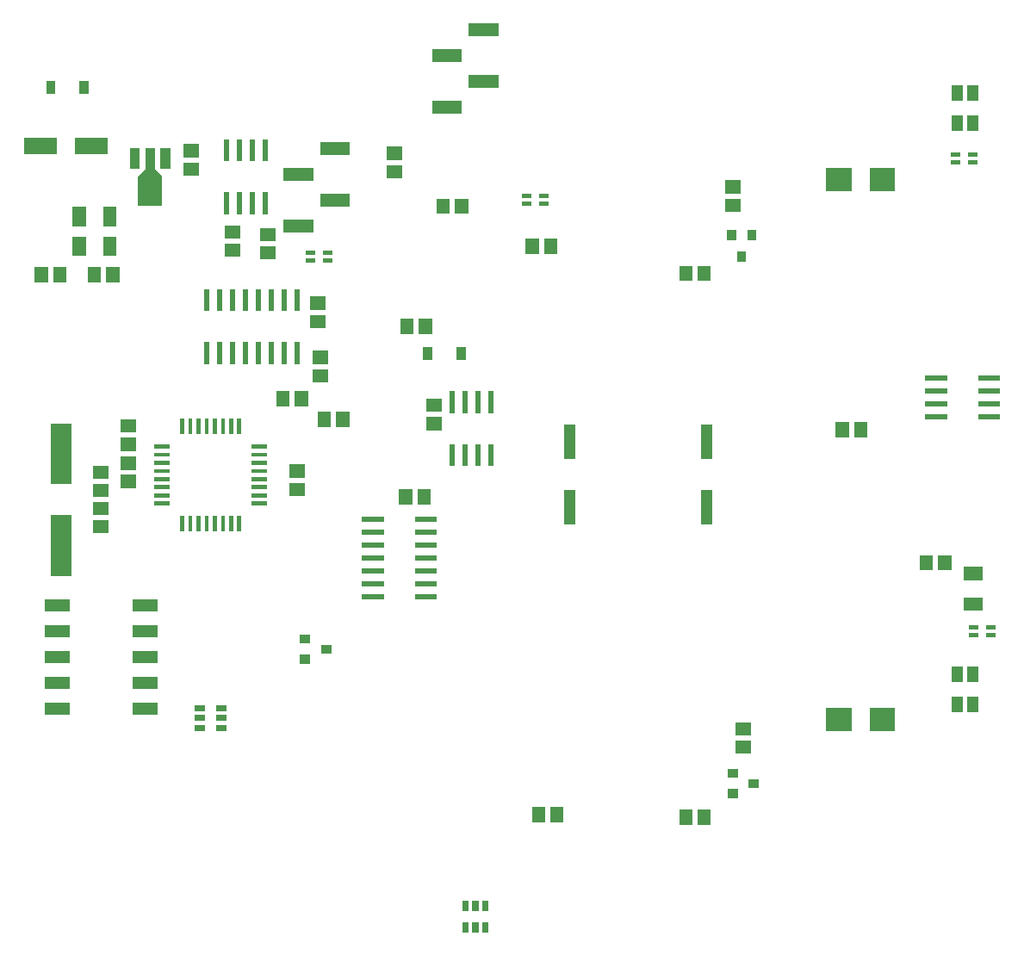
<source format=gbr>
G04 start of page 10 for group -4015 idx -4015 *
G04 Title: (unknown), toppaste *
G04 Creator: pcb 20140316 *
G04 CreationDate: Tue 07 Jul 2015 02:36:49 AM GMT UTC *
G04 For: ndholmes *
G04 Format: Gerber/RS-274X *
G04 PCB-Dimensions (mil): 3900.00 3900.00 *
G04 PCB-Coordinate-Origin: lower left *
%MOIN*%
%FSLAX25Y25*%
%LNTOPPASTE*%
%ADD147R,0.0906X0.0906*%
%ADD146R,0.0157X0.0157*%
%ADD145R,0.0787X0.0787*%
%ADD144R,0.0440X0.0440*%
%ADD143C,0.0001*%
%ADD142R,0.0945X0.0945*%
%ADD141R,0.0378X0.0378*%
%ADD140R,0.0360X0.0360*%
%ADD139R,0.0200X0.0200*%
%ADD138R,0.0340X0.0340*%
%ADD137R,0.0240X0.0240*%
%ADD136R,0.0630X0.0630*%
%ADD135R,0.0500X0.0500*%
%ADD134R,0.0512X0.0512*%
%ADD133R,0.0430X0.0430*%
%ADD132R,0.0167X0.0167*%
G54D132*X370717Y136075D02*X372587D01*
X370717Y132925D02*X372587D01*
X377413D02*X379283D01*
X377413Y136075D02*X379283D01*
X363717Y319075D02*X365587D01*
X363717Y315925D02*X365587D01*
X370413D02*X372283D01*
X370413Y319075D02*X372283D01*
X204413Y299925D02*X206283D01*
X204413Y303075D02*X206283D01*
X197717D02*X199587D01*
X197717Y299925D02*X199587D01*
G54D133*X371450Y343700D02*Y342100D01*
X365550Y343700D02*Y342100D01*
X371450Y331900D02*Y330300D01*
X365550Y331900D02*Y330300D01*
G54D134*X147107Y319543D02*X147893D01*
X147107Y312457D02*X147893D01*
X166457Y299393D02*Y298607D01*
X173543Y299393D02*Y298607D01*
X162607Y214914D02*X163393D01*
X162607Y222000D02*X163393D01*
X203414Y63893D02*Y63107D01*
X210500Y63893D02*Y63107D01*
X260414Y62893D02*Y62107D01*
X267500Y62893D02*Y62107D01*
X282107Y89657D02*X282893D01*
X282107Y96743D02*X282893D01*
G54D135*X178760Y367500D02*X185413D01*
X164587Y357500D02*X171240D01*
X178760Y347500D02*X185413D01*
X164587Y337500D02*X171240D01*
G54D134*X360543Y161393D02*Y160607D01*
X353457Y161393D02*Y160607D01*
X200914Y283893D02*Y283107D01*
X208000Y283893D02*Y283107D01*
X260414Y273393D02*Y272607D01*
X267500Y273393D02*Y272607D01*
G54D136*X7508Y322500D02*X13807D01*
X27193D02*X33492D01*
G54D134*X84607Y289043D02*X85393D01*
X84607Y281957D02*X85393D01*
X98107Y288043D02*X98893D01*
X98107Y280957D02*X98893D01*
X37405Y284681D02*Y282319D01*
X25595Y284681D02*Y282319D01*
X31457Y272893D02*Y272107D01*
X38543Y272893D02*Y272107D01*
X68607Y313457D02*X69393D01*
X68607Y320543D02*X69393D01*
X37405Y296181D02*Y293819D01*
X25595Y296181D02*Y293819D01*
X10957Y272893D02*Y272107D01*
X18043Y272893D02*Y272107D01*
G54D137*X175000Y20800D02*Y19200D01*
X178900Y20800D02*Y19200D01*
X182800Y20800D02*Y19200D01*
Y29000D02*Y27400D01*
X178900Y29000D02*Y27400D01*
X175000Y29000D02*Y27400D01*
G54D133*X215500Y212500D02*Y203500D01*
Y187000D02*Y177900D01*
X268500Y212500D02*Y203500D01*
Y187000D02*Y177900D01*
G54D134*X278107Y299457D02*X278893D01*
X278107Y306543D02*X278893D01*
G54D138*X285900Y288000D02*Y287400D01*
X278100Y288000D02*Y287400D01*
X282000Y279800D02*Y279200D01*
G54D139*X185000Y226500D02*Y220000D01*
X180000Y226500D02*Y220000D01*
X175000Y226500D02*Y220000D01*
X170000Y226500D02*Y220000D01*
Y206000D02*Y199500D01*
X175000Y206000D02*Y199500D01*
X180000Y206000D02*Y199500D01*
X185000Y206000D02*Y199500D01*
G54D138*X278200Y79500D02*X278800D01*
X278200Y71700D02*X278800D01*
X286400Y75600D02*X287000D01*
G54D140*X160500Y242600D02*Y241400D01*
X173400Y242600D02*Y241400D01*
G54D134*X152457Y252893D02*Y252107D01*
X159543Y252893D02*Y252107D01*
G54D133*X365550Y106900D02*Y105300D01*
X371450Y106900D02*Y105300D01*
X365550Y118700D02*Y117100D01*
X371450Y118700D02*Y117100D01*
G54D134*X328043Y212893D02*Y212107D01*
X320957Y212893D02*Y212107D01*
G54D139*X374500Y217500D02*X381000D01*
X374500Y222500D02*X381000D01*
X374500Y227500D02*X381000D01*
X374500Y232500D02*X381000D01*
X354000D02*X360500D01*
X354000Y227500D02*X360500D01*
X354000Y222500D02*X360500D01*
X354000Y217500D02*X360500D01*
G54D134*X370319Y145095D02*X372681D01*
X370319Y156905D02*X372681D01*
G54D140*X27500Y345600D02*Y344400D01*
X14600Y345600D02*Y344400D01*
G54D141*X58906Y319484D02*Y315390D01*
X53000Y319484D02*Y307674D01*
G54D142*Y305940D02*Y304050D01*
G54D143*G36*
X54885Y313505D02*X57725Y310665D01*
X56305Y309245D01*
X53465Y312085D01*
X54885Y313505D01*
G37*
G36*
X48275Y310665D02*X51115Y313505D01*
X52535Y312085D01*
X49695Y309245D01*
X48275Y310665D01*
G37*
G54D141*X47094Y319484D02*Y315390D01*
G54D134*X151914Y186893D02*Y186107D01*
X159000Y186893D02*Y186107D01*
G54D144*X14450Y144500D02*X19650D01*
X48350D02*X53550D01*
X14450Y134500D02*X19650D01*
X48350D02*X53550D01*
X14450Y124500D02*X19650D01*
X48350D02*X53550D01*
X14450Y114500D02*X19650D01*
X48350D02*X53550D01*
X14450Y104500D02*X19650D01*
X48350D02*X53550D01*
G54D134*X44107Y192500D02*X44893D01*
X44107Y199586D02*X44893D01*
X44107Y206914D02*X44893D01*
X44107Y214000D02*X44893D01*
X109607Y189457D02*X110393D01*
X109607Y196543D02*X110393D01*
X33607Y188957D02*X34393D01*
X33607Y196043D02*X34393D01*
X33607Y182043D02*X34393D01*
X33607Y174957D02*X34393D01*
G54D145*X18500Y211091D02*Y195343D01*
Y175657D02*Y159909D01*
G54D135*X107087Y291500D02*X113740D01*
X121260Y301500D02*X127913D01*
X107087Y311500D02*X113740D01*
X121260Y321500D02*X127913D01*
G54D139*X110000Y266000D02*Y259500D01*
X105000Y266000D02*Y259500D01*
X100000Y266000D02*Y259500D01*
X95000Y266000D02*Y259500D01*
X90000Y266000D02*Y259500D01*
X85000Y266000D02*Y259500D01*
X80000Y266000D02*Y259500D01*
X75000Y266000D02*Y259500D01*
Y245500D02*Y239000D01*
X80000Y245500D02*Y239000D01*
X85000Y245500D02*Y239000D01*
X90000Y245500D02*Y239000D01*
X95000Y245500D02*Y239000D01*
X100000Y245500D02*Y239000D01*
X105000Y245500D02*Y239000D01*
X110000Y245500D02*Y239000D01*
X82500Y303500D02*Y297000D01*
X87500Y303500D02*Y297000D01*
X92500Y303500D02*Y297000D01*
X97500Y303500D02*Y297000D01*
Y324000D02*Y317500D01*
X92500Y324000D02*Y317500D01*
X87500Y324000D02*Y317500D01*
X82500Y324000D02*Y317500D01*
G54D132*X114217Y281075D02*X116087D01*
X114217Y277925D02*X116087D01*
X120913D02*X122783D01*
X120913Y281075D02*X122783D01*
G54D134*X118607Y240543D02*X119393D01*
X118607Y233457D02*X119393D01*
X120457Y216893D02*Y216107D01*
X127543Y216893D02*Y216107D01*
X104457Y224893D02*Y224107D01*
X111543Y224893D02*Y224107D01*
G54D137*X79700Y97000D02*X81300D01*
X79700Y100900D02*X81300D01*
X79700Y104800D02*X81300D01*
X71500D02*X73100D01*
X71500Y100900D02*X73100D01*
X71500Y97000D02*X73100D01*
G54D138*X112700Y131500D02*X113300D01*
X112700Y123700D02*X113300D01*
X120900Y127600D02*X121500D01*
G54D146*X55508Y206023D02*X59934D01*
X55508Y202874D02*X59934D01*
X55508Y199724D02*X59934D01*
X55508Y196575D02*X59934D01*
X55508Y193425D02*X59934D01*
X55508Y190275D02*X59934D01*
X55508Y187126D02*X59934D01*
X55508Y183976D02*X59934D01*
X65477Y178434D02*Y174008D01*
X68626Y178434D02*Y174008D01*
X71776Y178434D02*Y174008D01*
X74925Y178434D02*Y174008D01*
X78075Y178434D02*Y174008D01*
X81225Y178434D02*Y174008D01*
X84374Y178434D02*Y174008D01*
X87524Y178434D02*Y174008D01*
X93066Y183977D02*X97492D01*
X93066Y187126D02*X97492D01*
X93066Y190276D02*X97492D01*
X93066Y193425D02*X97492D01*
X93066Y196575D02*X97492D01*
X93066Y199725D02*X97492D01*
X93066Y202874D02*X97492D01*
X93066Y206024D02*X97492D01*
X87523Y215992D02*Y211566D01*
X84374Y215992D02*Y211566D01*
X81224Y215992D02*Y211566D01*
X78075Y215992D02*Y211566D01*
X74925Y215992D02*Y211566D01*
X71775Y215992D02*Y211566D01*
X68626Y215992D02*Y211566D01*
X65476Y215992D02*Y211566D01*
G54D147*X319142Y100500D02*X319929D01*
X336071D02*X336858D01*
X319142Y309500D02*X319929D01*
X336071D02*X336858D01*
G54D134*X117607Y254457D02*X118393D01*
X117607Y261543D02*X118393D01*
G54D139*X136000Y178000D02*X142500D01*
X136000Y173000D02*X142500D01*
X136000Y168000D02*X142500D01*
X136000Y163000D02*X142500D01*
X136000Y158000D02*X142500D01*
X136000Y153000D02*X142500D01*
X136000Y148000D02*X142500D01*
X156500D02*X163000D01*
X156500Y153000D02*X163000D01*
X156500Y158000D02*X163000D01*
X156500Y163000D02*X163000D01*
X156500Y168000D02*X163000D01*
X156500Y173000D02*X163000D01*
X156500Y178000D02*X163000D01*
M02*

</source>
